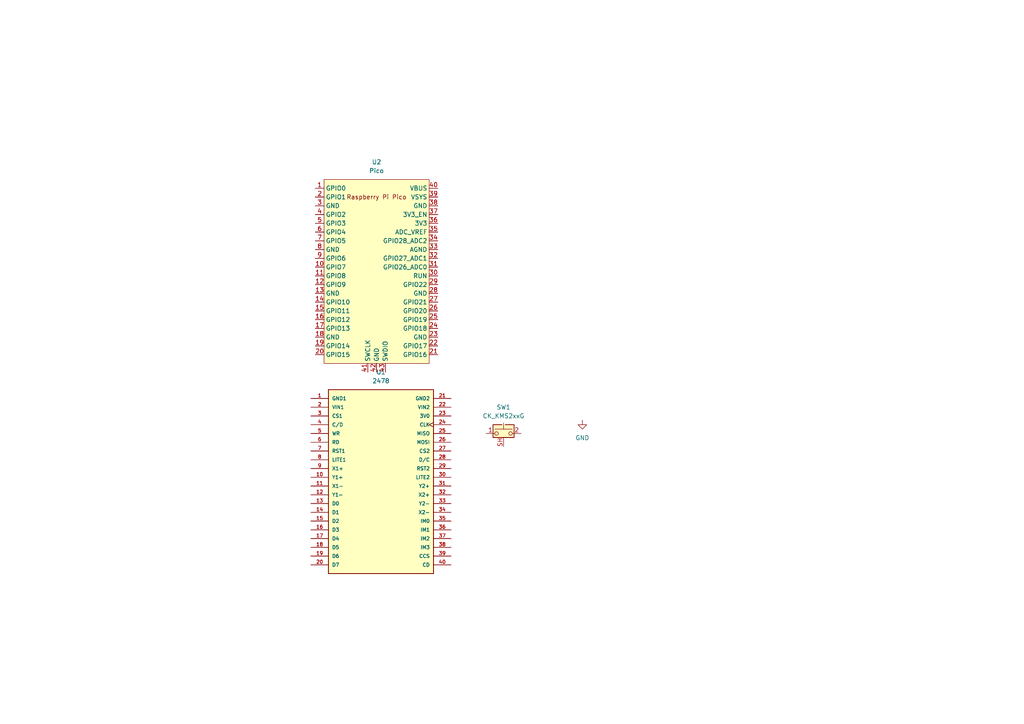
<source format=kicad_sch>
(kicad_sch (version 20231120) (generator "eeschema") (generator_version "8.0")
  (paper "A4")
  (lib_symbols
    (symbol "2478:2478" (pin_names (offset 1.016))
      (property "Reference" "U" (at -15.2631 28.6183 0))
      (property "Value" "2478" (at -15.262 -27.9803 0))
      (symbol "2478_0_0"
        (rectangle (start -15.24 -25.4) (end 15.24 27.94) (stroke (width 0.254)) (fill (type background)))
        (pin power_in line (at -20.32 25.4 0) (length 5.08) (name "GND1") (number "1"))
        (pin output line (at -20.32 2.54 0) (length 5.08) (name "Y1+") (number "10"))
        (pin output line (at -20.32 0 0) (length 5.08) (name "X1-") (number "11"))
        (pin output line (at -20.32 -2.54 0) (length 5.08) (name "Y1-") (number "12"))
        (pin bidirectional line (at -20.32 -5.08 0) (length 5.08) (name "D0") (number "13"))
        (pin bidirectional line (at -20.32 -7.62 0) (length 5.08) (name "D1") (number "14"))
        (pin bidirectional line (at -20.32 -10.16 0) (length 5.08) (name "D2") (number "15"))
        (pin bidirectional line (at -20.32 -12.7 0) (length 5.08) (name "D3") (number "16"))
        (pin bidirectional line (at -20.32 -15.24 0) (length 5.08) (name "D4") (number "17"))
        (pin bidirectional line (at -20.32 -17.78 0) (length 5.08) (name "D5") (number "18"))
        (pin bidirectional line (at -20.32 -20.32 0) (length 5.08) (name "D6") (number "19"))
        (pin power_in line (at -20.32 22.86 0) (length 5.08) (name "VIN1") (number "2"))
        (pin bidirectional line (at -20.32 -22.86 0) (length 5.08) (name "D7") (number "20"))
        (pin power_in line (at 20.32 25.4 180) (length 5.08) (name "GND2") (number "21"))
        (pin power_in line (at 20.32 22.86 180) (length 5.08) (name "VIN2") (number "22"))
        (pin output line (at 20.32 20.32 180) (length 5.08) (name "3V0") (number "23"))
        (pin input clock (at 20.32 17.78 180) (length 5.08) (name "CLK") (number "24"))
        (pin output line (at 20.32 15.24 180) (length 5.08) (name "MISO") (number "25"))
        (pin input line (at 20.32 12.7 180) (length 5.08) (name "MOSI") (number "26"))
        (pin input line (at 20.32 10.16 180) (length 5.08) (name "CS2") (number "27"))
        (pin input line (at 20.32 7.62 180) (length 5.08) (name "D/C") (number "28"))
        (pin input line (at 20.32 5.08 180) (length 5.08) (name "RST2") (number "29"))
        (pin input line (at -20.32 20.32 0) (length 5.08) (name "CS1") (number "3"))
        (pin input line (at 20.32 2.54 180) (length 5.08) (name "LITE2") (number "30"))
        (pin output line (at 20.32 0 180) (length 5.08) (name "Y2+") (number "31"))
        (pin output line (at 20.32 -2.54 180) (length 5.08) (name "X2+") (number "32"))
        (pin output line (at 20.32 -5.08 180) (length 5.08) (name "Y2-") (number "33"))
        (pin output line (at 20.32 -7.62 180) (length 5.08) (name "X2-") (number "34"))
        (pin input line (at 20.32 -10.16 180) (length 5.08) (name "IM0") (number "35"))
        (pin input line (at 20.32 -12.7 180) (length 5.08) (name "IM1") (number "36"))
        (pin input line (at 20.32 -15.24 180) (length 5.08) (name "IM2") (number "37"))
        (pin input line (at 20.32 -17.78 180) (length 5.08) (name "IM3") (number "38"))
        (pin input line (at 20.32 -20.32 180) (length 5.08) (name "CCS") (number "39"))
        (pin input line (at -20.32 17.78 0) (length 5.08) (name "C/D") (number "4"))
        (pin output line (at 20.32 -22.86 180) (length 5.08) (name "CD") (number "40"))
        (pin input line (at -20.32 15.24 0) (length 5.08) (name "WR") (number "5"))
        (pin input line (at -20.32 12.7 0) (length 5.08) (name "RD") (number "6"))
        (pin input line (at -20.32 10.16 0) (length 5.08) (name "RST1") (number "7"))
        (pin input line (at -20.32 7.62 0) (length 5.08) (name "LITE1") (number "8"))
        (pin output line (at -20.32 5.08 0) (length 5.08) (name "X1+") (number "9"))
      )
    )
    (symbol "MCU_RaspberryPi_and_Boards:Pico"
      (property "Reference" "U" (at -13.97 27.94 0))
      (property "Value" "Pico" (at 0 19.05 0))
      (symbol "Pico_0_0"
        (text "Raspberry Pi Pico" (at 0 21.59 0) (effects (font (size 1.27 1.27))))
      )
      (symbol "Pico_0_1"
        (rectangle (start -15.24 26.67) (end 15.24 -26.67) (fill (type background)))
      )
      (symbol "Pico_1_1"
        (pin bidirectional line (at -17.78 24.13 0) (length 2.54) (name "GPIO0") (number "1"))
        (pin bidirectional line (at -17.78 1.27 0) (length 2.54) (name "GPIO7") (number "10"))
        (pin bidirectional line (at -17.78 -1.27 0) (length 2.54) (name "GPIO8") (number "11"))
        (pin bidirectional line (at -17.78 -3.81 0) (length 2.54) (name "GPIO9") (number "12"))
        (pin power_in line (at -17.78 -6.35 0) (length 2.54) (name "GND") (number "13"))
        (pin bidirectional line (at -17.78 -8.89 0) (length 2.54) (name "GPIO10") (number "14"))
        (pin bidirectional line (at -17.78 -11.43 0) (length 2.54) (name "GPIO11") (number "15"))
        (pin bidirectional line (at -17.78 -13.97 0) (length 2.54) (name "GPIO12") (number "16"))
        (pin bidirectional line (at -17.78 -16.51 0) (length 2.54) (name "GPIO13") (number "17"))
        (pin power_in line (at -17.78 -19.05 0) (length 2.54) (name "GND") (number "18"))
        (pin bidirectional line (at -17.78 -21.59 0) (length 2.54) (name "GPIO14") (number "19"))
        (pin bidirectional line (at -17.78 21.59 0) (length 2.54) (name "GPIO1") (number "2"))
        (pin bidirectional line (at -17.78 -24.13 0) (length 2.54) (name "GPIO15") (number "20"))
        (pin bidirectional line (at 17.78 -24.13 180) (length 2.54) (name "GPIO16") (number "21"))
        (pin bidirectional line (at 17.78 -21.59 180) (length 2.54) (name "GPIO17") (number "22"))
        (pin power_in line (at 17.78 -19.05 180) (length 2.54) (name "GND") (number "23"))
        (pin bidirectional line (at 17.78 -16.51 180) (length 2.54) (name "GPIO18") (number "24"))
        (pin bidirectional line (at 17.78 -13.97 180) (length 2.54) (name "GPIO19") (number "25"))
        (pin bidirectional line (at 17.78 -11.43 180) (length 2.54) (name "GPIO20") (number "26"))
        (pin bidirectional line (at 17.78 -8.89 180) (length 2.54) (name "GPIO21") (number "27"))
        (pin power_in line (at 17.78 -6.35 180) (length 2.54) (name "GND") (number "28"))
        (pin bidirectional line (at 17.78 -3.81 180) (length 2.54) (name "GPIO22") (number "29"))
        (pin power_in line (at -17.78 19.05 0) (length 2.54) (name "GND") (number "3"))
        (pin input line (at 17.78 -1.27 180) (length 2.54) (name "RUN") (number "30"))
        (pin bidirectional line (at 17.78 1.27 180) (length 2.54) (name "GPIO26_ADC0") (number "31"))
        (pin bidirectional line (at 17.78 3.81 180) (length 2.54) (name "GPIO27_ADC1") (number "32"))
        (pin power_in line (at 17.78 6.35 180) (length 2.54) (name "AGND") (number "33"))
        (pin bidirectional line (at 17.78 8.89 180) (length 2.54) (name "GPIO28_ADC2") (number "34"))
        (pin power_in line (at 17.78 11.43 180) (length 2.54) (name "ADC_VREF") (number "35"))
        (pin power_in line (at 17.78 13.97 180) (length 2.54) (name "3V3") (number "36"))
        (pin input line (at 17.78 16.51 180) (length 2.54) (name "3V3_EN") (number "37"))
        (pin bidirectional line (at 17.78 19.05 180) (length 2.54) (name "GND") (number "38"))
        (pin power_in line (at 17.78 21.59 180) (length 2.54) (name "VSYS") (number "39"))
        (pin bidirectional line (at -17.78 16.51 0) (length 2.54) (name "GPIO2") (number "4"))
        (pin power_in line (at 17.78 24.13 180) (length 2.54) (name "VBUS") (number "40"))
        (pin input line (at -2.54 -29.21 90) (length 2.54) (name "SWCLK") (number "41"))
        (pin power_in line (at 0 -29.21 90) (length 2.54) (name "GND") (number "42"))
        (pin bidirectional line (at 2.54 -29.21 90) (length 2.54) (name "SWDIO") (number "43"))
        (pin bidirectional line (at -17.78 13.97 0) (length 2.54) (name "GPIO3") (number "5"))
        (pin bidirectional line (at -17.78 11.43 0) (length 2.54) (name "GPIO4") (number "6"))
        (pin bidirectional line (at -17.78 8.89 0) (length 2.54) (name "GPIO5") (number "7"))
        (pin power_in line (at -17.78 6.35 0) (length 2.54) (name "GND") (number "8"))
        (pin bidirectional line (at -17.78 3.81 0) (length 2.54) (name "GPIO6") (number "9"))
      )
    )
    (symbol "Switch:CK_KMS2xxG" (pin_names (offset 1.016) hide)
      (property "Reference" "SW" (at 4.318 2.032 0))
      (property "Value" "CK_KMS2xxG" (at 0 4.572 0))
      (symbol "CK_KMS2xxG_0_1"
        (circle (center -2.032 0) (radius 0.508))
        (polyline (pts (xy 0 1.27) (xy 0 3.048)))
        (polyline (pts (xy 2.54 1.27) (xy -2.54 1.27)))
        (polyline (pts (xy 0.508 2.54) (xy 3.048 2.54) (xy 3.048 -1.143) (xy -3.048 -1.143) (xy -3.048 2.54) (xy -0.508 2.54)) (stroke (width -0.0254)))
        (polyline (pts (xy 0.508 2.54) (xy 3.048 2.54) (xy 3.048 -1.143) (xy -3.048 -1.143) (xy -3.048 2.54) (xy -0.508 2.54)) (stroke (width 0.254)))
        (circle (center 2.032 0) (radius 0.508))
        (pin passive line (at -5.08 0 0) (length 2.54) (name "1") (number "1"))
        (pin passive line (at 5.08 0 180) (length 2.54) (name "2") (number "2"))
      )
      (symbol "CK_KMS2xxG_1_1"
        (rectangle (start -3.048 2.54) (end 3.048 -1.27) (stroke (width -0.0254)) (fill (type background)))
        (pin passive line (at 0 -3.81 90) (length 2.54) (name "B") (number "SH"))
      )
    )
    (symbol "power:GND" (power) (pin_numbers hide) (pin_names (offset 0) hide)
      (property "Value" "GND" (at 0 -3.81 0))
      (symbol "GND_0_1"
        (polyline (pts (xy 0 0) (xy 0 -1.27) (xy 1.27 -1.27) (xy 0 -2.54) (xy -1.27 -1.27) (xy 0 -1.27)))
      )
      (symbol "GND_1_1"
        (pin power_in line (at 0 0 270) (length 0) (name "~") (number "1"))
      )
    )
  )
  (symbol (lib_id "2478:2478") (at 110.49 140.97 0) (unit 1)
    (property "Reference" "U1" (at 110.49 107.95 0))
    (property "Value" "2478" (at 110.49 110.49 0))
    (property "Footprint" "ADAFRUIT_2478" (effects (hide yes)))
    (property "MANUFACTURER" "Adafruit Industries LLC" (effects (hide yes)))
  )
  (symbol (lib_id "MCU_RaspberryPi_and_Boards:Pico") (at 109.22 78.74 0) (unit 1)
    (property "Reference" "U2" (at 109.22 46.99 0))
    (property "Value" "Pico" (at 109.22 49.53 0))
    (property "Footprint" "RPi_Pico:RPi_Pico_SMD_TH" (effects (hide yes)))
  )
  (symbol (lib_id "power:GND") (at 168.91 121.92 0) (unit 1)
    (property "Reference" "#PWR01" (effects (hide yes)))
    (property "Value" "GND" (at 168.91 127 0))
    (property "Description" "Power symbol creates a global label with name \"GND\" , ground" (effects (hide yes)))
  )
  (symbol (lib_id "Switch:CK_KMS2xxG") (at 146.05 125.73 0) (unit 1)
    (property "Reference" "SW1" (at 146.05 118.11 0))
    (property "Value" "CK_KMS2xxG" (at 146.05 120.65 0))
    (property "Footprint" "Button_Switch_SMD:SW_SPST_CK_KMS2xxGP" (effects (hide yes)))
    (property "Datasheet" "https://www.ckswitches.com/media/1482/kms.pdf" (effects (hide yes)))
    (property "Description" "Microminiature SMT Side Actuated, 4.2 x 2.8 x 1.42mm, without pegs, with shield pin" (effects (hide yes)))
  )
)
</source>
